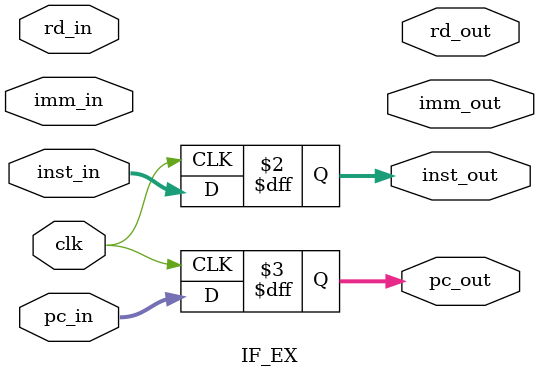
<source format=v>
`timescale 1ns / 1ps


module IF_EX(clk, rd_in, rd_out, pc_in, pc_out, inst_in, inst_out, imm_in, imm_out);

input clk;
input [31:0] inst_in;
input [7:0] pc_in;
input [4:0] rd_in;
input [31:0] imm_in;

output reg [31:0] inst_out;
output reg [7:0] pc_out;
output reg [4:0] rd_out;
output reg [31:0] imm_out;

always@(posedge clk)
begin
    pc_out = pc_in;
    inst_out = inst_in;
    
end

endmodule

</source>
